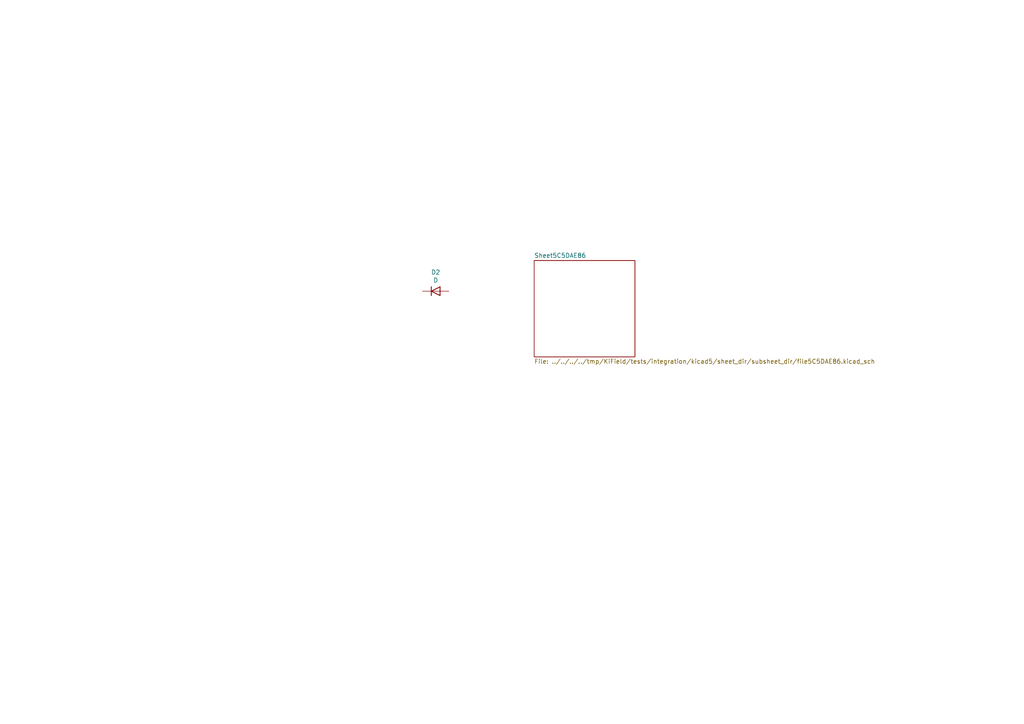
<source format=kicad_sch>
(kicad_sch (version 20230121) (generator eeschema)
  (paper "A4")
  (lib_symbols
    (symbol "Device:D" (pin_numbers hide) (pin_names (offset 1.016) hide)
      (property "Reference" "D" (at 0 2.54 0))
      (property "Value" "D" (at 0 -2.54 0))
      (symbol "D_0_1"
        (polyline (pts (xy -1.27 1.27) (xy -1.27 -1.27)) (stroke (width 0.254)))
        (polyline (pts (xy 1.27 0) (xy -1.27 0)))
        (polyline (pts (xy 1.27 1.27) (xy 1.27 -1.27) (xy -1.27 0) (xy 1.27 1.27)) (stroke (width 0.254)))
      )
      (symbol "D_1_1"
        (pin passive line (at -3.81 0 0) (length 2.54) (name "K") (number "1"))
        (pin passive line (at 3.81 0 180) (length 2.54) (name "A") (number "2"))
      )
    )
  )
  (symbol (lib_id "Device:D") (at 126.365 84.455 0) (unit 1)
    (property "Reference" "D2" (at 126.365 78.9686 0))
    (property "Value" "D" (at 126.365 81.28 0))
    (property "test2" "3" (effects hide))
  )
  (sheet (at 154.94 75.565) (size 29.21 27.94)
    (property "Sheetname" "Sheet5C5DAE86" (at 154.94 74.8534 0) (effects (justify left bottom)))
    (property "Sheetfile" "../../../../tmp/KiField/tests/integration/kicad5/sheet_dir/subsheet_dir/file5C5DAE86.kicad_sch" (at 154.94 104.0896 0) (effects (justify left top)))
  )
)
</source>
